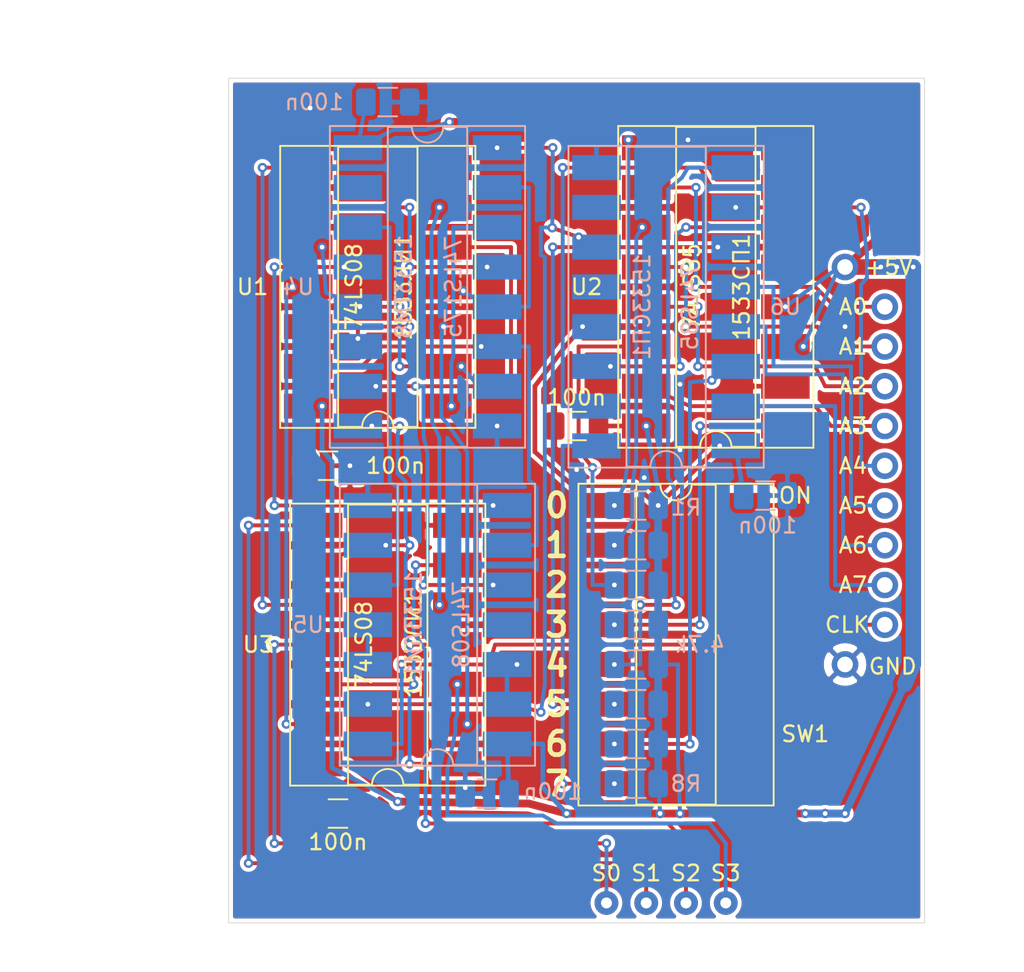
<source format=kicad_pcb>
(kicad_pcb (version 20171130) (host pcbnew 5.1.5+dfsg1-2build2)
  (layers (0 F.Cu signal) (31 B.Cu signal) (34 B.Paste user) (35 F.Paste user) (36 B.SilkS user) (37 F.SilkS user) (38 B.Mask user) (39 F.Mask user) (44 Edge.Cuts user))
  (net 0 "")
  (net 1 GND)
  (net 2 +5V)
  (net 3 A0)
  (net 4 S3)
  (net 5 A1)
  (net 6 S2)
  (net 7 A2)
  (net 8 A3)
  (net 9 S1)
  (net 10 A4)
  (net 11 A5)
  (net 12 A6)
  (net 13 A7)
  (net 14 CLK)
  (net 15 B7)
  (net 16 B6)
  (net 17 B5)
  (net 18 B4)
  (net 19 B3)
  (net 20 B2)
  (net 21 B1)
  (net 22 B0)
  (net 23 P4)
  (net 24 "Net-(U1-Pad6)")
  (net 25 P1)
  (net 26 P6)
  (net 27 "Net-(U1-Pad11)")
  (net 28 P3)
  (net 29 P5)
  (net 30 "Net-(U1-Pad3)")
  (net 31 "Net-(U1-Pad8)")
  (net 32 P2)
  (net 33 "Net-(U2-Pad7)")
  (net 34 "Net-(U2-Pad6)")
  (net 35 CLK_AFB)
  (net 36 FB)
  (net 37 "Net-(U4-Pad13)")
  (net 38 ADDR_OK)
  (net 39 "Net-(U5-Pad3)")
  (net 40 "Net-(U2-Pad5)")
  (net 41 "Net-(U4-Pad15)")
  (net 42 "Net-(U5-Pad11)")
  (net 43 "Net-(U6-Pad7)")
  (net 44 "Net-(U6-Pad5)")
  (net 45 S0)
  (module plc88:selector4_im (layer F.Cu) (at 127 27.94)
    (fp_text reference J1 hide)
    (fp_text value selector4_i hide)
    (fp_text user +5V (at 7.874 2.54) (layer F.SilkS))
    (fp_text user A0 (at 5.588 5.08) (layer F.SilkS))
    (fp_text user A1 (at 5.588 7.62) (layer F.SilkS))
    (fp_text user A2 (at 5.588 10.16) (layer F.SilkS))
    (fp_text user A3 (at 5.588 12.7) (layer F.SilkS))
    (fp_text user A4 (at 5.588 15.24) (layer F.SilkS))
    (fp_text user A5 (at 5.588 17.78) (layer F.SilkS))
    (fp_text user A6 (at 5.588 20.32) (layer F.SilkS))
    (fp_text user A7 (at 5.588 22.86) (layer F.SilkS))
    (fp_text user CLK (at 5.207 25.4) (layer F.SilkS))
    (fp_text user GND (at 8.128 28.067) (layer F.SilkS))
    (fp_text user S3 (at -2.54 41.275) (layer F.SilkS))
    (fp_text user S2 (at -5.08 41.275) (layer F.SilkS))
    (fp_text user S1 (at -7.62 41.275) (layer F.SilkS))
    (fp_text user S0 (at -10.16 41.275) (layer F.SilkS))
    (pad 13 thru_hole circle (at -7.62 43.18) (size 1.524 1.524) (drill 0.7) (layers *.Cu *.Mask) (net 9 S1))
    (pad 12 thru_hole circle (at -10.16 43.18) (size 1.524 1.524) (drill 0.7) (layers *.Cu *.Mask) (net 45 S0))
    (pad 15 thru_hole circle (at -2.54 43.18) (size 1.524 1.524) (drill 0.7) (layers *.Cu *.Mask) (net 4 S3))
    (pad 14 thru_hole circle (at -5.08 43.18) (size 1.524 1.524) (drill 0.7) (layers *.Cu *.Mask) (net 6 S2))
    (pad 11 thru_hole circle (at 5.08 27.94) (size 1.7 1.7) (drill 1) (layers *.Cu *.Mask) (net 1 GND))
    (pad 10 thru_hole circle (at 7.62 25.4) (size 1.7 1.7) (drill 1) (layers *.Cu *.Mask) (net 14 CLK))
    (pad 9 thru_hole circle (at 7.62 22.86) (size 1.7 1.7) (drill 1) (layers *.Cu *.Mask) (net 13 A7))
    (pad 8 thru_hole circle (at 7.62 20.32) (size 1.7 1.7) (drill 1) (layers *.Cu *.Mask) (net 12 A6))
    (pad 7 thru_hole circle (at 7.62 17.78) (size 1.7 1.7) (drill 1) (layers *.Cu *.Mask) (net 11 A5))
    (pad 6 thru_hole circle (at 7.62 15.24) (size 1.7 1.7) (drill 1) (layers *.Cu *.Mask) (net 10 A4))
    (pad 5 thru_hole circle (at 7.62 12.7) (size 1.7 1.7) (drill 1) (layers *.Cu *.Mask) (net 8 A3))
    (pad 4 thru_hole circle (at 7.62 10.16) (size 1.7 1.7) (drill 1) (layers *.Cu *.Mask) (net 7 A2))
    (pad 3 thru_hole circle (at 7.62 7.62) (size 1.7 1.7) (drill 1) (layers *.Cu *.Mask) (net 5 A1))
    (pad 2 thru_hole circle (at 7.62 5.08) (size 1.7 1.7) (drill 1) (layers *.Cu *.Mask) (net 3 A0))
    (pad 1 thru_hole circle (at 5.08 2.54) (size 1.7 1.7) (drill 1) (layers *.Cu *.Mask) (net 2 +5V))
  )
  (module Package_DIP:DIP-16_W8.89mm_SMDSocket_LongPads (layer B.Cu) (at 120.65 33.02)
    (fp_text reference U6 (at 7.62 0 180) (layer B.SilkS) (effects (justify mirror)))
    (fp_text value 74LS85 (at 1.524 0 -270) (layer B.SilkS) (effects (justify mirror)))
    (fp_text user 1533СП1 (at -1.524 0 -90) (layer B.SilkS) (effects (justify mirror)))
    (pad 16 smd rect (at 4.445 8.89) (size 3.1 1.6) (layers B.Cu B.Paste B.Mask) (net 2 +5V))
    (pad 8 smd rect (at -4.445 -8.89) (size 3.1 1.6) (layers B.Cu B.Paste B.Mask) (net 1 GND))
    (pad 15 smd rect (at 4.445 6.35) (size 3.1 1.6) (layers B.Cu B.Paste B.Mask) (net 13 A7))
    (pad 7 smd rect (at -4.445 -6.35) (size 3.1 1.6) (layers B.Cu B.Paste B.Mask) (net 43 "Net-(U6-Pad7)"))
    (pad 14 smd rect (at 4.445 3.81) (size 3.1 1.6) (layers B.Cu B.Paste B.Mask) (net 16 B6))
    (pad 6 smd rect (at -4.445 -3.81) (size 3.1 1.6) (layers B.Cu B.Paste B.Mask) (net 38 ADDR_OK))
    (pad 13 smd rect (at 4.445 1.27) (size 3.1 1.6) (layers B.Cu B.Paste B.Mask) (net 12 A6))
    (pad 5 smd rect (at -4.445 -1.27) (size 3.1 1.6) (layers B.Cu B.Paste B.Mask) (net 44 "Net-(U6-Pad5)"))
    (pad 12 smd rect (at 4.445 -1.27) (size 3.1 1.6) (layers B.Cu B.Paste B.Mask) (net 11 A5))
    (pad 4 smd rect (at -4.445 1.27) (size 3.1 1.6) (layers B.Cu B.Paste B.Mask) (net 2 +5V))
    (pad 11 smd rect (at 4.445 -3.81) (size 3.1 1.6) (layers B.Cu B.Paste B.Mask) (net 17 B5))
    (pad 3 smd rect (at -4.445 3.81) (size 3.1 1.6) (layers B.Cu B.Paste B.Mask) (net 34 "Net-(U2-Pad6)"))
    (pad 10 smd rect (at 4.445 -6.35) (size 3.1 1.6) (layers B.Cu B.Paste B.Mask) (net 10 A4))
    (pad 2 smd rect (at -4.445 6.35) (size 3.1 1.6) (layers B.Cu B.Paste B.Mask) (net 33 "Net-(U2-Pad7)"))
    (pad 9 smd rect (at 4.445 -8.89) (size 3.1 1.6) (layers B.Cu B.Paste B.Mask) (net 18 B4))
    (pad 1 smd rect (at -4.445 8.89) (size 3.1 1.6) (layers B.Cu B.Paste B.Mask) (net 15 B7))
  )
  (module Package_DIP:DIP-14_W8.89mm_SMDSocket_LongPads (layer B.Cu) (at 106.045 53.34)
    (fp_text reference U5 (at -8.255 0) (layer B.SilkS) (effects (justify mirror)))
    (fp_text value 74LS08 (at 1.524 0 -270) (layer B.SilkS) (effects (justify mirror)))
    (fp_text user 1533ЛИ1 (at -1.524 0 -90) (layer B.SilkS) (effects (justify mirror)))
    (pad 14 smd rect (at 4.445 7.62) (size 3.1 1.6) (layers B.Cu B.Paste B.Mask) (net 2 +5V))
    (pad 7 smd rect (at -4.445 -7.62) (size 3.1 1.6) (layers B.Cu B.Paste B.Mask) (net 1 GND))
    (pad 13 smd rect (at 4.445 5.08) (size 3.1 1.6) (layers B.Cu B.Paste B.Mask) (net 1 GND))
    (pad 6 smd rect (at -4.445 -5.08) (size 3.1 1.6) (layers B.Cu B.Paste B.Mask) (net 35 CLK_AFB))
    (pad 12 smd rect (at 4.445 2.54) (size 3.1 1.6) (layers B.Cu B.Paste B.Mask) (net 1 GND))
    (pad 5 smd rect (at -4.445 -2.54) (size 3.1 1.6) (layers B.Cu B.Paste B.Mask) (net 36 FB))
    (pad 11 smd rect (at 4.445 0) (size 3.1 1.6) (layers B.Cu B.Paste B.Mask) (net 42 "Net-(U5-Pad11)"))
    (pad 4 smd rect (at -4.445 0) (size 3.1 1.6) (layers B.Cu B.Paste B.Mask) (net 39 "Net-(U5-Pad3)"))
    (pad 10 smd rect (at 4.445 -2.54) (size 3.1 1.6) (layers B.Cu B.Paste B.Mask) (net 26 P6))
    (pad 3 smd rect (at -4.445 2.54) (size 3.1 1.6) (layers B.Cu B.Paste B.Mask) (net 39 "Net-(U5-Pad3)"))
    (pad 9 smd rect (at 4.445 -5.08) (size 3.1 1.6) (layers B.Cu B.Paste B.Mask) (net 23 P4))
    (pad 2 smd rect (at -4.445 5.08) (size 3.1 1.6) (layers B.Cu B.Paste B.Mask) (net 38 ADDR_OK))
    (pad 8 smd rect (at 4.445 -7.62) (size 3.1 1.6) (layers B.Cu B.Paste B.Mask) (net 37 "Net-(U4-Pad13)"))
    (pad 1 smd rect (at -4.445 7.62) (size 3.1 1.6) (layers B.Cu B.Paste B.Mask) (net 14 CLK))
  )
  (module Package_DIP:DIP-16_W8.89mm_SMDSocket_LongPads (layer B.Cu) (at 105.41 31.75 180)
    (fp_text reference U4 (at 8.255 0) (layer B.SilkS) (effects (justify mirror)))
    (fp_text value 74LS175 (at -1.651 0 270) (layer B.SilkS) (effects (justify mirror)))
    (fp_text user 1533ТМ8 (at 1.524 0 270) (layer B.SilkS) (effects (justify mirror)))
    (pad 16 smd rect (at 4.445 8.89 180) (size 3.1 1.6) (layers B.Cu B.Paste B.Mask) (net 2 +5V))
    (pad 8 smd rect (at -4.445 -8.89 180) (size 3.1 1.6) (layers B.Cu B.Paste B.Mask) (net 1 GND))
    (pad 15 smd rect (at 4.445 6.35 180) (size 3.1 1.6) (layers B.Cu B.Paste B.Mask) (net 41 "Net-(U4-Pad15)"))
    (pad 7 smd rect (at -4.445 -6.35 180) (size 3.1 1.6) (layers B.Cu B.Paste B.Mask) (net 29 P5))
    (pad 14 smd rect (at 4.445 3.81 180) (size 3.1 1.6) (layers B.Cu B.Paste B.Mask) (net 36 FB))
    (pad 6 smd rect (at -4.445 -3.81 180) (size 3.1 1.6) (layers B.Cu B.Paste B.Mask) (net 23 P4))
    (pad 13 smd rect (at 4.445 1.27 180) (size 3.1 1.6) (layers B.Cu B.Paste B.Mask) (net 37 "Net-(U4-Pad13)"))
    (pad 5 smd rect (at -4.445 -1.27 180) (size 3.1 1.6) (layers B.Cu B.Paste B.Mask) (net 28 P3))
    (pad 12 smd rect (at 4.445 -1.27 180) (size 3.1 1.6) (layers B.Cu B.Paste B.Mask) (net 29 P5))
    (pad 4 smd rect (at -4.445 1.27 180) (size 3.1 1.6) (layers B.Cu B.Paste B.Mask) (net 25 P1))
    (pad 11 smd rect (at 4.445 -3.81 180) (size 3.1 1.6) (layers B.Cu B.Paste B.Mask) (net 25 P1))
    (pad 3 smd rect (at -4.445 3.81 180) (size 3.1 1.6) (layers B.Cu B.Paste B.Mask) (net 32 P2))
    (pad 10 smd rect (at 4.445 -6.35 180) (size 3.1 1.6) (layers B.Cu B.Paste B.Mask) (net 26 P6))
    (pad 2 smd rect (at -4.445 6.35 180) (size 3.1 1.6) (layers B.Cu B.Paste B.Mask) (net 28 P3))
    (pad 9 smd rect (at 4.445 -8.89 180) (size 3.1 1.6) (layers B.Cu B.Paste B.Mask) (net 35 CLK_AFB))
    (pad 1 smd rect (at -4.445 8.89 180) (size 3.1 1.6) (layers B.Cu B.Paste B.Mask) (net 38 ADDR_OK))
  )
  (module Package_DIP:DIP-14_W8.89mm_SMDSocket_LongPads (layer F.Cu) (at 102.87 54.61 180)
    (fp_text reference U3 (at 8.255 0 180) (layer F.SilkS))
    (fp_text value 74LS08 (at 1.524 0 270) (layer F.SilkS))
    (fp_text user 1533ЛИ1 (at -1.651 0 270) (layer F.SilkS))
    (pad 14 smd rect (at 4.445 -7.62 180) (size 3.1 1.6) (layers F.Cu F.Paste F.Mask) (net 2 +5V))
    (pad 7 smd rect (at -4.445 7.62 180) (size 3.1 1.6) (layers F.Cu F.Paste F.Mask) (net 1 GND))
    (pad 13 smd rect (at 4.445 -5.08 180) (size 3.1 1.6) (layers F.Cu F.Paste F.Mask) (net 27 "Net-(U1-Pad11)"))
    (pad 6 smd rect (at -4.445 5.08 180) (size 3.1 1.6) (layers F.Cu F.Paste F.Mask) (net 6 S2))
    (pad 12 smd rect (at 4.445 -2.54 180) (size 3.1 1.6) (layers F.Cu F.Paste F.Mask) (net 35 CLK_AFB))
    (pad 5 smd rect (at -4.445 2.54 180) (size 3.1 1.6) (layers F.Cu F.Paste F.Mask) (net 24 "Net-(U1-Pad6)"))
    (pad 11 smd rect (at 4.445 0 180) (size 3.1 1.6) (layers F.Cu F.Paste F.Mask) (net 45 S0))
    (pad 4 smd rect (at -4.445 0 180) (size 3.1 1.6) (layers F.Cu F.Paste F.Mask) (net 35 CLK_AFB))
    (pad 10 smd rect (at 4.445 2.54 180) (size 3.1 1.6) (layers F.Cu F.Paste F.Mask) (net 31 "Net-(U1-Pad8)"))
    (pad 3 smd rect (at -4.445 -2.54 180) (size 3.1 1.6) (layers F.Cu F.Paste F.Mask) (net 4 S3))
    (pad 9 smd rect (at 4.445 5.08 180) (size 3.1 1.6) (layers F.Cu F.Paste F.Mask) (net 35 CLK_AFB))
    (pad 2 smd rect (at -4.445 -5.08 180) (size 3.1 1.6) (layers F.Cu F.Paste F.Mask) (net 30 "Net-(U1-Pad3)"))
    (pad 8 smd rect (at 4.445 7.62 180) (size 3.1 1.6) (layers F.Cu F.Paste F.Mask) (net 9 S1))
    (pad 1 smd rect (at -4.445 -7.62 180) (size 3.1 1.6) (layers F.Cu F.Paste F.Mask) (net 35 CLK_AFB))
  )
  (module Package_DIP:DIP-16_W8.89mm_SMDSocket_LongPads (layer F.Cu) (at 123.825 31.75 180)
    (fp_text reference U2 (at 8.255 0 180) (layer F.SilkS))
    (fp_text value 74LS85 (at 1.524 0 270) (layer F.SilkS))
    (fp_text user 1533СП1 (at -1.651 0 270) (layer F.SilkS))
    (pad 16 smd rect (at 4.445 -8.89 180) (size 3.1 1.6) (layers F.Cu F.Paste F.Mask) (net 2 +5V))
    (pad 8 smd rect (at -4.445 8.89 180) (size 3.1 1.6) (layers F.Cu F.Paste F.Mask) (net 1 GND))
    (pad 15 smd rect (at 4.445 -6.35 180) (size 3.1 1.6) (layers F.Cu F.Paste F.Mask) (net 8 A3))
    (pad 7 smd rect (at -4.445 6.35 180) (size 3.1 1.6) (layers F.Cu F.Paste F.Mask) (net 33 "Net-(U2-Pad7)"))
    (pad 14 smd rect (at 4.445 -3.81 180) (size 3.1 1.6) (layers F.Cu F.Paste F.Mask) (net 20 B2))
    (pad 6 smd rect (at -4.445 3.81 180) (size 3.1 1.6) (layers F.Cu F.Paste F.Mask) (net 34 "Net-(U2-Pad6)"))
    (pad 13 smd rect (at 4.445 -1.27 180) (size 3.1 1.6) (layers F.Cu F.Paste F.Mask) (net 7 A2))
    (pad 5 smd rect (at -4.445 1.27 180) (size 3.1 1.6) (layers F.Cu F.Paste F.Mask) (net 40 "Net-(U2-Pad5)"))
    (pad 12 smd rect (at 4.445 1.27 180) (size 3.1 1.6) (layers F.Cu F.Paste F.Mask) (net 5 A1))
    (pad 4 smd rect (at -4.445 -1.27 180) (size 3.1 1.6) (layers F.Cu F.Paste F.Mask) (net 2 +5V))
    (pad 11 smd rect (at 4.445 3.81 180) (size 3.1 1.6) (layers F.Cu F.Paste F.Mask) (net 21 B1))
    (pad 3 smd rect (at -4.445 -3.81 180) (size 3.1 1.6) (layers F.Cu F.Paste F.Mask) (net 2 +5V))
    (pad 10 smd rect (at 4.445 6.35 180) (size 3.1 1.6) (layers F.Cu F.Paste F.Mask) (net 3 A0))
    (pad 2 smd rect (at -4.445 -6.35 180) (size 3.1 1.6) (layers F.Cu F.Paste F.Mask) (net 1 GND))
    (pad 9 smd rect (at 4.445 8.89 180) (size 3.1 1.6) (layers F.Cu F.Paste F.Mask) (net 22 B0))
    (pad 1 smd rect (at -4.445 -8.89 180) (size 3.1 1.6) (layers F.Cu F.Paste F.Mask) (net 19 B3))
  )
  (module Package_DIP:DIP-14_W8.89mm_SMDSocket_LongPads (layer F.Cu) (at 102.235 31.75 180)
    (fp_text reference U1 (at 8.001 0 180) (layer F.SilkS))
    (fp_text value 74LS08 (at 1.524 0 270) (layer F.SilkS))
    (fp_text user 1533ЛИ1 (at -1.651 0 270) (layer F.SilkS))
    (pad 14 smd rect (at 4.445 -7.62 180) (size 3.1 1.6) (layers F.Cu F.Paste F.Mask) (net 2 +5V))
    (pad 7 smd rect (at -4.445 7.62 180) (size 3.1 1.6) (layers F.Cu F.Paste F.Mask) (net 1 GND))
    (pad 13 smd rect (at 4.445 -5.08 180) (size 3.1 1.6) (layers F.Cu F.Paste F.Mask) (net 23 P4))
    (pad 6 smd rect (at -4.445 5.08 180) (size 3.1 1.6) (layers F.Cu F.Paste F.Mask) (net 24 "Net-(U1-Pad6)"))
    (pad 12 smd rect (at 4.445 -2.54 180) (size 3.1 1.6) (layers F.Cu F.Paste F.Mask) (net 25 P1))
    (pad 5 smd rect (at -4.445 2.54 180) (size 3.1 1.6) (layers F.Cu F.Paste F.Mask) (net 26 P6))
    (pad 11 smd rect (at 4.445 0 180) (size 3.1 1.6) (layers F.Cu F.Paste F.Mask) (net 27 "Net-(U1-Pad11)"))
    (pad 4 smd rect (at -4.445 0 180) (size 3.1 1.6) (layers F.Cu F.Paste F.Mask) (net 28 P3))
    (pad 10 smd rect (at 4.445 2.54 180) (size 3.1 1.6) (layers F.Cu F.Paste F.Mask) (net 29 P5))
    (pad 3 smd rect (at -4.445 -2.54 180) (size 3.1 1.6) (layers F.Cu F.Paste F.Mask) (net 30 "Net-(U1-Pad3)"))
    (pad 9 smd rect (at 4.445 5.08 180) (size 3.1 1.6) (layers F.Cu F.Paste F.Mask) (net 25 P1))
    (pad 2 smd rect (at -4.445 -5.08 180) (size 3.1 1.6) (layers F.Cu F.Paste F.Mask) (net 29 P5))
    (pad 8 smd rect (at 4.445 7.62 180) (size 3.1 1.6) (layers F.Cu F.Paste F.Mask) (net 31 "Net-(U1-Pad8)"))
    (pad 1 smd rect (at -4.445 -7.62 180) (size 3.1 1.6) (layers F.Cu F.Paste F.Mask) (net 32 P2))
  )
  (module Package_DIP:DIP-16_W8.89mm_SMDSocket_LongPads (layer F.Cu) (at 121.285 54.61)
    (fp_text reference SW1 (at 8.255 5.715) (layer F.SilkS))
    (fp_text value SW_DIP_x08)
    (fp_text user ON (at 7.62 -9.525) (layer F.SilkS))
    (pad 16 smd rect (at 4.445 -8.89) (size 3.1 1.6) (layers F.Cu F.Paste F.Mask) (net 1 GND))
    (pad 8 smd rect (at -4.445 8.89) (size 3.1 1.6) (layers F.Cu F.Paste F.Mask) (net 15 B7))
    (pad 15 smd rect (at 4.445 -6.35) (size 3.1 1.6) (layers F.Cu F.Paste F.Mask) (net 1 GND))
    (pad 7 smd rect (at -4.445 6.35) (size 3.1 1.6) (layers F.Cu F.Paste F.Mask) (net 16 B6))
    (pad 14 smd rect (at 4.445 -3.81) (size 3.1 1.6) (layers F.Cu F.Paste F.Mask) (net 1 GND))
    (pad 6 smd rect (at -4.445 3.81) (size 3.1 1.6) (layers F.Cu F.Paste F.Mask) (net 17 B5))
    (pad 13 smd rect (at 4.445 -1.27) (size 3.1 1.6) (layers F.Cu F.Paste F.Mask) (net 1 GND))
    (pad 5 smd rect (at -4.445 1.27) (size 3.1 1.6) (layers F.Cu F.Paste F.Mask) (net 18 B4))
    (pad 12 smd rect (at 4.445 1.27) (size 3.1 1.6) (layers F.Cu F.Paste F.Mask) (net 1 GND))
    (pad 4 smd rect (at -4.445 -1.27) (size 3.1 1.6) (layers F.Cu F.Paste F.Mask) (net 19 B3))
    (pad 11 smd rect (at 4.445 3.81) (size 3.1 1.6) (layers F.Cu F.Paste F.Mask) (net 1 GND))
    (pad 3 smd rect (at -4.445 -3.81) (size 3.1 1.6) (layers F.Cu F.Paste F.Mask) (net 20 B2))
    (pad 10 smd rect (at 4.445 6.35) (size 3.1 1.6) (layers F.Cu F.Paste F.Mask) (net 1 GND))
    (pad 2 smd rect (at -4.445 -6.35) (size 3.1 1.6) (layers F.Cu F.Paste F.Mask) (net 21 B1))
    (pad 9 smd rect (at 4.445 8.89) (size 3.1 1.6) (layers F.Cu F.Paste F.Mask) (net 1 GND))
    (pad 1 smd rect (at -4.445 -8.89) (size 3.1 1.6) (layers F.Cu F.Paste F.Mask) (net 22 B0))
  )
  (module Resistor_SMD:R_1206_3216Metric (layer B.Cu) (at 118.745 63.5 180)
    (fp_text reference R8 (at -3.175 0 180) (layer B.SilkS) (effects (justify mirror)))
    (fp_text value 4.7k hide)
    (pad 2 smd roundrect (at 1.4 0 180) (size 1.25 1.75) (layers B.Cu B.Paste B.Mask) (roundrect_rratio 0.2) (net 15 B7))
    (pad 1 smd roundrect (at -1.4 0 180) (size 1.25 1.75) (layers B.Cu B.Paste B.Mask) (roundrect_rratio 0.2) (net 2 +5V))
  )
  (module Resistor_SMD:R_1206_3216Metric (layer B.Cu) (at 118.745 60.96 180)
    (fp_text reference R7 hide)
    (fp_text value 4.7k hide)
    (pad 2 smd roundrect (at 1.4 0 180) (size 1.25 1.75) (layers B.Cu B.Paste B.Mask) (roundrect_rratio 0.2) (net 16 B6))
    (pad 1 smd roundrect (at -1.4 0 180) (size 1.25 1.75) (layers B.Cu B.Paste B.Mask) (roundrect_rratio 0.2) (net 2 +5V))
  )
  (module Resistor_SMD:R_1206_3216Metric (layer B.Cu) (at 118.745 58.42 180)
    (fp_text reference R6 hide)
    (fp_text value 4.7k hide)
    (pad 2 smd roundrect (at 1.4 0 180) (size 1.25 1.75) (layers B.Cu B.Paste B.Mask) (roundrect_rratio 0.2) (net 17 B5))
    (pad 1 smd roundrect (at -1.4 0 180) (size 1.25 1.75) (layers B.Cu B.Paste B.Mask) (roundrect_rratio 0.2) (net 2 +5V))
  )
  (module Resistor_SMD:R_1206_3216Metric (layer B.Cu) (at 118.745 55.88 180)
    (fp_text reference R5 hide)
    (fp_text value 4.7k hide)
    (pad 2 smd roundrect (at 1.4 0 180) (size 1.25 1.75) (layers B.Cu B.Paste B.Mask) (roundrect_rratio 0.2) (net 18 B4))
    (pad 1 smd roundrect (at -1.4 0 180) (size 1.25 1.75) (layers B.Cu B.Paste B.Mask) (roundrect_rratio 0.2) (net 2 +5V))
  )
  (module Resistor_SMD:R_1206_3216Metric (layer B.Cu) (at 118.745 53.34 180)
    (fp_text reference R4 hide)
    (fp_text value 4.7k hide)
    (pad 2 smd roundrect (at 1.4 0 180) (size 1.25 1.75) (layers B.Cu B.Paste B.Mask) (roundrect_rratio 0.2) (net 19 B3))
    (pad 1 smd roundrect (at -1.4 0 180) (size 1.25 1.75) (layers B.Cu B.Paste B.Mask) (roundrect_rratio 0.2) (net 2 +5V))
  )
  (module Resistor_SMD:R_1206_3216Metric (layer B.Cu) (at 118.745 50.8 180)
    (fp_text reference R3 hide)
    (fp_text value 4.7k hide)
    (pad 2 smd roundrect (at 1.4 0 180) (size 1.25 1.75) (layers B.Cu B.Paste B.Mask) (roundrect_rratio 0.2) (net 20 B2))
    (pad 1 smd roundrect (at -1.4 0 180) (size 1.25 1.75) (layers B.Cu B.Paste B.Mask) (roundrect_rratio 0.2) (net 2 +5V))
  )
  (module Resistor_SMD:R_1206_3216Metric (layer B.Cu) (at 118.745 48.26 180)
    (fp_text reference R2 hide)
    (fp_text value 4.7k hide)
    (pad 2 smd roundrect (at 1.4 0 180) (size 1.25 1.75) (layers B.Cu B.Paste B.Mask) (roundrect_rratio 0.2) (net 21 B1))
    (pad 1 smd roundrect (at -1.4 0 180) (size 1.25 1.75) (layers B.Cu B.Paste B.Mask) (roundrect_rratio 0.2) (net 2 +5V))
  )
  (module Resistor_SMD:R_1206_3216Metric (layer B.Cu) (at 118.745 45.72 180)
    (fp_text reference R1 (at -3.175 -0.127) (layer B.SilkS) (effects (justify mirror)))
    (fp_text value 4.7k (at -4.064 -8.89 180) (layer B.SilkS) (effects (justify mirror)))
    (pad 2 smd roundrect (at 1.4 0 180) (size 1.25 1.75) (layers B.Cu B.Paste B.Mask) (roundrect_rratio 0.2) (net 22 B0))
    (pad 1 smd roundrect (at -1.4 0 180) (size 1.25 1.75) (layers B.Cu B.Paste B.Mask) (roundrect_rratio 0.2) (net 2 +5V))
  )
  (module Capacitor_SMD:C_1206_3216Metric (layer B.Cu) (at 102.87 19.939)
    (fp_text reference C6 hide)
    (fp_text value 100n (at -4.699 0) (layer B.SilkS) (effects (justify mirror)))
    (pad 2 smd roundrect (at 1.4 0) (size 1.25 1.75) (layers B.Cu B.Paste B.Mask) (roundrect_rratio 0.2) (net 1 GND))
    (pad 1 smd roundrect (at -1.4 0) (size 1.25 1.75) (layers B.Cu B.Paste B.Mask) (roundrect_rratio 0.2) (net 2 +5V))
  )
  (module Capacitor_SMD:C_1206_3216Metric (layer F.Cu) (at 99.695 65.405)
    (fp_text reference C5 hide)
    (fp_text value 100n (at 0 1.82) (layer F.SilkS))
    (pad 2 smd roundrect (at 1.4 0) (size 1.25 1.75) (layers F.Cu F.Paste F.Mask) (roundrect_rratio 0.2) (net 1 GND))
    (pad 1 smd roundrect (at -1.4 0) (size 1.25 1.75) (layers F.Cu F.Paste F.Mask) (roundrect_rratio 0.2) (net 2 +5V))
  )
  (module Capacitor_SMD:C_1206_3216Metric (layer F.Cu) (at 99.06 43.18)
    (fp_text reference C4 hide)
    (fp_text value 100n (at 4.318 0) (layer F.SilkS))
    (pad 2 smd roundrect (at 1.4 0) (size 1.25 1.75) (layers F.Cu F.Paste F.Mask) (roundrect_rratio 0.2) (net 1 GND))
    (pad 1 smd roundrect (at -1.4 0) (size 1.25 1.75) (layers F.Cu F.Paste F.Mask) (roundrect_rratio 0.2) (net 2 +5V))
  )
  (module Capacitor_SMD:C_1206_3216Metric (layer B.Cu) (at 127 45.085)
    (fp_text reference C3 hide)
    (fp_text value 100n (at 0.127 1.905) (layer B.SilkS) (effects (justify mirror)))
    (pad 2 smd roundrect (at 1.4 0) (size 1.25 1.75) (layers B.Cu B.Paste B.Mask) (roundrect_rratio 0.2) (net 1 GND))
    (pad 1 smd roundrect (at -1.4 0) (size 1.25 1.75) (layers B.Cu B.Paste B.Mask) (roundrect_rratio 0.2) (net 2 +5V))
  )
  (module Capacitor_SMD:C_1206_3216Metric (layer F.Cu) (at 114.935 40.64 180)
    (fp_text reference C2 hide)
    (fp_text value 100n (at 0 1.82) (layer F.SilkS))
    (pad 2 smd roundrect (at 1.4 0 180) (size 1.25 1.75) (layers F.Cu F.Paste F.Mask) (roundrect_rratio 0.2) (net 1 GND))
    (pad 1 smd roundrect (at -1.4 0 180) (size 1.25 1.75) (layers F.Cu F.Paste F.Mask) (roundrect_rratio 0.2) (net 2 +5V))
  )
  (module Capacitor_SMD:C_1206_3216Metric (layer B.Cu) (at 109.22 64.135 180)
    (fp_text reference C1 hide)
    (fp_text value 100n (at -4.191 0.127 180) (layer B.SilkS) (effects (justify mirror)))
    (pad 2 smd roundrect (at 1.4 0 180) (size 1.25 1.75) (layers B.Cu B.Paste B.Mask) (roundrect_rratio 0.2) (net 1 GND))
    (pad 1 smd roundrect (at -1.4 0 180) (size 1.25 1.75) (layers B.Cu B.Paste B.Mask) (roundrect_rratio 0.2) (net 2 +5V))
  )
  (gr_text 6 (at 113.665 60.96) (layer F.SilkS) (effects (font (size 1.5 1.5) (thickness 0.3))))
  (gr_text 5 (at 113.665 58.42) (layer F.SilkS) (effects (font (size 1.5 1.5) (thickness 0.3))))
  (gr_text 4 (at 113.665 55.88) (layer F.SilkS) (effects (font (size 1.5 1.5) (thickness 0.3))))
  (gr_text 3 (at 113.665 53.34) (layer F.SilkS) (effects (font (size 1.5 1.5) (thickness 0.3))))
  (gr_text 2 (at 113.665 50.8) (layer F.SilkS) (effects (font (size 1.5 1.5) (thickness 0.3))))
  (gr_text 1 (at 113.665 48.26) (layer F.SilkS) (effects (font (size 1.5 1.5) (thickness 0.3))))
  (gr_text 7 (at 113.665 63.5) (layer F.SilkS) (effects (font (size 1.5 1.5) (thickness 0.3))))
  (gr_text 0 (at 113.665 45.72) (layer F.SilkS) (effects (font (size 1.5 1.5) (thickness 0.3))))
  (gr_line (start 92.71 72.39) (end 92.71 18.415) (layer Edge.Cuts) (width 0.05))
  (gr_line (start 137.16 72.39) (end 92.71 72.39) (layer Edge.Cuts) (width 0.05))
  (gr_line (start 137.16 18.415) (end 137.16 72.39) (layer Edge.Cuts) (width 0.05))
  (gr_line (start 92.71 18.415) (end 137.16 18.415) (layer Edge.Cuts) (width 0.05))
  (via (at 107.823 63.754) (size 0.6) (drill 0.3) (layers F.Cu B.Cu) (net 1))
  (via (at 111.125 55.88) (size 0.6) (drill 0.3) (layers F.Cu B.Cu) (net 1))
  (via (at 100.457 43.18) (size 0.6) (drill 0.3) (layers F.Cu B.Cu) (net 1))
  (via (at 109.855 40.64) (size 0.6) (drill 0.3) (layers F.Cu B.Cu) (net 1))
  (via (at 121.539 42.164) (size 0.6) (drill 0.3) (layers F.Cu B.Cu) (net 1))
  (via (at 121.539 37.973) (size 0.6) (drill 0.3) (layers F.Cu B.Cu) (net 1))
  (segment (start 121.539 42.164) (end 121.539 37.973) (width 0.25) (layer B.Cu) (net 1))
  (via (at 114.935 43.434) (size 0.6) (drill 0.3) (layers F.Cu B.Cu) (net 1))
  (via (at 119.253 43.942) (size 0.6) (drill 0.3) (layers F.Cu B.Cu) (net 1))
  (via (at 122.047 22.352) (size 0.6) (drill 0.3) (layers F.Cu B.Cu) (net 1))
  (via (at 97.917 20.32) (size 0.6) (drill 0.3) (layers F.Cu B.Cu) (net 1))
  (via (at 132.08 34.29) (size 0.6) (drill 0.3) (layers F.Cu B.Cu) (net 1))
  (via (at 129.413 35.56) (size 0.6) (drill 0.3) (layers F.Cu B.Cu) (net 2))
  (via (at 128.27 33.02) (size 0.6) (drill 0.3) (layers F.Cu B.Cu) (net 2))
  (via (at 124.079 41.91) (size 0.6) (drill 0.3) (layers F.Cu B.Cu) (net 2))
  (segment (start 106.807 21.209) (end 106.807 21.209) (width 0.5) (layer F.Cu) (net 2))
  (via (at 106.807 21.209) (size 0.6) (drill 0.3) (layers F.Cu B.Cu) (net 2))
  (segment (start 106.807 21.209) (end 105.283 21.717) (width 0.25) (layer B.Cu) (net 2))
  (segment (start 105.283 21.717) (end 103.251 21.717) (width 0.25) (layer B.Cu) (net 2))
  (segment (start 103.251 21.717) (end 100.965 22.86) (width 0.25) (layer B.Cu) (net 2))
  (segment (start 119.38 40.64) (end 119.38 40.64) (width 0.3) (layer B.Cu) (net 2))
  (via (at 119.38 40.64) (size 0.6) (drill 0.3) (layers F.Cu B.Cu) (net 2))
  (segment (start 116.335 40.64) (end 119.38 40.64) (width 0.3) (layer F.Cu) (net 2))
  (segment (start 120.145 45.72) (end 120.145 45.72) (width 0.5) (layer B.Cu) (net 2))
  (segment (start 120.145 48.26) (end 120.145 50.8) (width 0.5) (layer B.Cu) (net 2))
  (segment (start 120.145 50.8) (end 120.145 63.5) (width 0.5) (layer B.Cu) (net 2))
  (segment (start 125.095 41.91) (end 125.6 45.085) (width 0.3) (layer B.Cu) (net 2))
  (segment (start 120.145 45.72) (end 120.145 48.26) (width 0.5) (layer B.Cu) (net 2))
  (via (at 120.145 45.72) (size 0.6) (drill 0.3) (layers F.Cu B.Cu) (net 2))
  (segment (start 120.145 45.72) (end 124.079 41.91) (width 0.3) (layer F.Cu) (net 2))
  (segment (start 110.62 64.135) (end 110.49 60.96) (width 0.3) (layer B.Cu) (net 2))
  (segment (start 103.505 64.643) (end 103.505 64.643) (width 0.5) (layer F.Cu) (net 2))
  (segment (start 103.505 64.643) (end 100.33 62.23) (width 0.3) (layer F.Cu) (net 2))
  (segment (start 100.33 62.23) (end 98.425 62.23) (width 0.3) (layer F.Cu) (net 2))
  (segment (start 98.295 65.405) (end 98.425 62.23) (width 0.3) (layer F.Cu) (net 2))
  (segment (start 103.505 64.643) (end 103.505 64.643) (width 0.5) (layer F.Cu) (net 2))
  (via (at 103.505 64.643) (size 0.6) (drill 0.3) (layers F.Cu B.Cu) (net 2))
  (segment (start 103.505 64.643) (end 99.314 62.484) (width 0.3) (layer B.Cu) (net 2))
  (segment (start 99.314 62.484) (end 99.314 54.483) (width 0.3) (layer B.Cu) (net 2))
  (segment (start 99.314 54.483) (end 99.314 45.339) (width 0.3) (layer B.Cu) (net 2))
  (segment (start 99.314 45.339) (end 99.314 42.926) (width 0.3) (layer B.Cu) (net 2))
  (segment (start 99.314 42.926) (end 98.679 42.164) (width 0.3) (layer B.Cu) (net 2))
  (segment (start 98.679 42.164) (end 98.679 39.37) (width 0.3) (layer B.Cu) (net 2))
  (segment (start 98.679 39.37) (end 98.679 39.37) (width 0.3) (layer B.Cu) (net 2))
  (via (at 98.679 39.37) (size 0.6) (drill 0.3) (layers F.Cu B.Cu) (net 2))
  (segment (start 97.79 39.37) (end 97.66 43.18) (width 0.3) (layer F.Cu) (net 2))
  (segment (start 120.145 45.72) (end 120.142 44.704) (width 0.3) (layer B.Cu) (net 2))
  (segment (start 120.142 44.704) (end 119.38 40.64) (width 0.3) (layer B.Cu) (net 2))
  (segment (start 129.413 35.56) (end 131.699 30.48) (width 0.25) (layer B.Cu) (net 2))
  (segment (start 128.27 33.02) (end 131.699 30.48) (width 0.25) (layer B.Cu) (net 2))
  (segment (start 131.699 30.48) (end 131.699 30.48) (width 0.25) (layer B.Cu) (net 2))
  (segment (start 115.316 34.29) (end 115.316 34.29) (width 0.3) (layer F.Cu) (net 2))
  (via (at 115.316 34.29) (size 0.6) (drill 0.3) (layers F.Cu B.Cu) (net 2))
  (segment (start 114.3 35.433) (end 115.316 34.29) (width 0.3) (layer F.Cu) (net 2))
  (segment (start 112.268 38.1) (end 114.3 35.433) (width 0.3) (layer F.Cu) (net 2))
  (segment (start 112.268 42.291) (end 112.268 38.1) (width 0.3) (layer F.Cu) (net 2))
  (segment (start 114.681 44.45) (end 112.268 42.291) (width 0.3) (layer F.Cu) (net 2))
  (segment (start 118.618 44.45) (end 114.681 44.45) (width 0.3) (layer F.Cu) (net 2))
  (segment (start 120.145 45.72) (end 118.618 44.45) (width 0.3) (layer F.Cu) (net 2))
  (segment (start 121.412 55.88) (end 120.145 55.88) (width 0.25) (layer B.Cu) (net 2))
  (segment (start 121.412 61.849) (end 121.412 55.88) (width 0.25) (layer B.Cu) (net 2))
  (segment (start 121.539 65.405) (end 121.412 61.849) (width 0.25) (layer B.Cu) (net 2))
  (via (at 121.539 65.405) (size 0.6) (drill 0.3) (layers F.Cu B.Cu) (net 2))
  (segment (start 121.539 65.405) (end 120.269 65.405) (width 0.5) (layer F.Cu) (net 2))
  (segment (start 120.269 65.405) (end 120.145 63.5) (width 0.25) (layer B.Cu) (net 2))
  (via (at 120.269 65.405) (size 0.6) (drill 0.3) (layers F.Cu B.Cu) (net 2))
  (segment (start 120.269 65.405) (end 114.3 65.405) (width 0.5) (layer F.Cu) (net 2))
  (segment (start 114.3 65.405) (end 111.887 64.77) (width 0.5) (layer F.Cu) (net 2))
  (segment (start 112.776 60.96) (end 110.49 60.96) (width 0.3) (layer B.Cu) (net 2))
  (segment (start 112.776 63.754) (end 112.776 60.96) (width 0.3) (layer B.Cu) (net 2))
  (segment (start 114.3 65.405) (end 112.776 63.754) (width 0.3) (layer B.Cu) (net 2))
  (segment (start 111.887 64.77) (end 103.505 64.643) (width 0.5) (layer F.Cu) (net 2))
  (via (at 114.3 65.405) (size 0.6) (drill 0.3) (layers F.Cu B.Cu) (net 2))
  (segment (start 130.81 65.405) (end 121.539 65.405) (width 0.5) (layer F.Cu) (net 2))
  (via (at 130.81 65.405) (size 0.6) (drill 0.3) (layers F.Cu B.Cu) (net 2))
  (segment (start 132.08 65.405) (end 130.81 65.405) (width 0.5) (layer B.Cu) (net 2))
  (segment (start 132.08 65.405) (end 130.81 65.405) (width 0.5) (layer F.Cu) (net 2))
  (via (at 132.08 65.405) (size 0.6) (drill 0.3) (layers F.Cu B.Cu) (net 2))
  (via (at 129.54 65.405) (size 0.6) (drill 0.3) (layers F.Cu B.Cu) (net 2))
  (segment (start 129.54 65.405) (end 130.81 65.405) (width 0.5) (layer B.Cu) (net 2))
  (segment (start 132.08 65.405) (end 135.89 57.15) (width 0.5) (layer B.Cu) (net 2))
  (segment (start 136.43499 55.88) (end 136.43499 30.48) (width 1) (layer B.Cu) (net 2))
  (segment (start 135.89 57.15) (end 136.43499 55.88) (width 1) (layer B.Cu) (net 2))
  (segment (start 136.43499 30.48) (end 136.43499 30.48) (width 1) (layer B.Cu) (net 2))
  (segment (start 136.43499 30.48) (end 136.43499 30.48) (width 1) (layer F.Cu) (net 2))
  (via (at 136.43499 30.48) (size 0.6) (drill 0.3) (layers F.Cu B.Cu) (net 2))
  (segment (start 136.43499 30.48) (end 135.382 30.48) (width 1) (layer B.Cu) (net 2))
  (segment (start 135.382 30.48) (end 136.43499 30.48) (width 1) (layer F.Cu) (net 2))
  (via (at 135.382 30.48) (size 0.6) (drill 0.3) (layers F.Cu B.Cu) (net 2))
  (segment (start 135.382 30.48) (end 134.366 30.48) (width 1) (layer B.Cu) (net 2))
  (segment (start 134.366 30.48) (end 135.382 30.48) (width 1) (layer F.Cu) (net 2))
  (segment (start 133.985 30.48) (end 132.08 30.48) (width 1) (layer F.Cu) (net 2))
  (segment (start 134.366 30.48) (end 133.985 30.48) (width 1) (layer F.Cu) (net 2))
  (via (at 134.366 30.48) (size 0.6) (drill 0.3) (layers F.Cu B.Cu) (net 2))
  (segment (start 119.38 21.209) (end 106.807 21.209) (width 0.5) (layer F.Cu) (net 2))
  (segment (start 131.699 21.209) (end 119.38 21.209) (width 0.5) (layer F.Cu) (net 2))
  (segment (start 134.112 23.241) (end 131.699 21.209) (width 0.5) (layer F.Cu) (net 2))
  (segment (start 134.112 28.702) (end 134.112 23.241) (width 0.5) (layer F.Cu) (net 2))
  (segment (start 132.08 30.48) (end 134.112 28.702) (width 0.5) (layer F.Cu) (net 2))
  (segment (start 101.47 19.939) (end 100.965 22.86) (width 0.25) (layer B.Cu) (net 2))
  (segment (start 134.62 33.02) (end 131.445 33.02) (width 0.25) (layer F.Cu) (net 3))
  (segment (start 131.445 33.02) (end 130.175 31.75) (width 0.25) (layer F.Cu) (net 3))
  (segment (start 130.175 31.75) (end 122.555 31.75) (width 0.25) (layer F.Cu) (net 3))
  (segment (start 122.555 31.75) (end 122.555 31.75) (width 0.25) (layer F.Cu) (net 3))
  (via (at 122.555 31.75) (size 0.6) (drill 0.3) (layers F.Cu B.Cu) (net 3))
  (segment (start 122.555 31.75) (end 122.555 25.4) (width 0.25) (layer B.Cu) (net 3))
  (segment (start 122.555 25.4) (end 122.555 25.4) (width 0.25) (layer B.Cu) (net 3))
  (via (at 122.555 25.4) (size 0.6) (drill 0.3) (layers F.Cu B.Cu) (net 3))
  (segment (start 122.555 25.4) (end 119.38 25.4) (width 0.25) (layer F.Cu) (net 3))
  (via (at 107.315 57.15) (size 0.6) (drill 0.3) (layers F.Cu B.Cu) (net 4))
  (segment (start 123.444 66.04) (end 124.46 67.31) (width 0.25) (layer B.Cu) (net 4))
  (segment (start 113.665 66.04) (end 123.444 66.04) (width 0.25) (layer B.Cu) (net 4))
  (segment (start 106.68 65.532) (end 112.776 65.532) (width 0.25) (layer B.Cu) (net 4))
  (segment (start 106.68 62.611) (end 106.68 65.532) (width 0.25) (layer B.Cu) (net 4))
  (segment (start 107.188 60.198) (end 106.68 62.611) (width 0.25) (layer B.Cu) (net 4))
  (segment (start 112.776 65.532) (end 113.665 66.04) (width 0.25) (layer B.Cu) (net 4))
  (segment (start 107.188 59.436) (end 107.188 60.198) (width 0.25) (layer B.Cu) (net 4))
  (segment (start 107.315 59.055) (end 107.188 59.436) (width 0.25) (layer B.Cu) (net 4))
  (segment (start 107.315 57.15) (end 107.315 59.055) (width 0.25) (layer B.Cu) (net 4))
  (segment (start 124.46 67.31) (end 124.46 71.12) (width 0.25) (layer B.Cu) (net 4))
  (segment (start 134.62 35.56) (end 131.191 35.56) (width 0.25) (layer F.Cu) (net 5))
  (segment (start 131.191 35.56) (end 130.302 34.29) (width 0.25) (layer F.Cu) (net 5))
  (segment (start 130.302 34.29) (end 121.92 34.29) (width 0.25) (layer F.Cu) (net 5))
  (segment (start 121.92 34.29) (end 121.92 34.29) (width 0.25) (layer F.Cu) (net 5))
  (via (at 121.92 34.29) (size 0.6) (drill 0.3) (layers F.Cu B.Cu) (net 5))
  (segment (start 121.92 34.29) (end 121.92 30.48) (width 0.25) (layer B.Cu) (net 5))
  (segment (start 121.92 30.48) (end 121.92 30.48) (width 0.25) (layer B.Cu) (net 5))
  (via (at 121.92 30.48) (size 0.6) (drill 0.3) (layers F.Cu B.Cu) (net 5))
  (segment (start 121.92 30.48) (end 119.38 30.48) (width 0.25) (layer F.Cu) (net 5))
  (segment (start 107.315 49.53) (end 104.648 49.53) (width 0.25) (layer F.Cu) (net 6))
  (via (at 104.648 49.53) (size 0.6) (drill 0.3) (layers F.Cu B.Cu) (net 6))
  (segment (start 105.283 65.913) (end 105.283 65.913) (width 0.25) (layer B.Cu) (net 6))
  (segment (start 104.521 50.546) (end 104.648 50.165) (width 0.25) (layer B.Cu) (net 6))
  (segment (start 104.521 53.848) (end 104.521 50.546) (width 0.25) (layer B.Cu) (net 6))
  (segment (start 104.648 50.165) (end 104.648 49.53) (width 0.25) (layer B.Cu) (net 6))
  (segment (start 105.283 54.991) (end 104.521 53.848) (width 0.25) (layer B.Cu) (net 6))
  (segment (start 105.283 66.04) (end 105.283 54.991) (width 0.25) (layer B.Cu) (net 6))
  (via (at 105.283 66.04) (size 0.6) (drill 0.3) (layers F.Cu B.Cu) (net 6))
  (segment (start 120.777 66.04) (end 121.92 67.31) (width 0.25) (layer F.Cu) (net 6))
  (segment (start 105.283 66.04) (end 120.777 66.04) (width 0.25) (layer F.Cu) (net 6))
  (segment (start 121.92 67.31) (end 121.92 71.12) (width 0.25) (layer F.Cu) (net 6))
  (segment (start 134.62 38.1) (end 130.81 38.1) (width 0.25) (layer F.Cu) (net 7))
  (segment (start 130.81 38.1) (end 130.175 36.83) (width 0.25) (layer F.Cu) (net 7))
  (segment (start 130.175 36.83) (end 122.682 36.83) (width 0.25) (layer F.Cu) (net 7))
  (segment (start 122.682 36.83) (end 122.682 36.83) (width 0.25) (layer F.Cu) (net 7))
  (via (at 122.682 36.83) (size 0.6) (drill 0.3) (layers F.Cu B.Cu) (net 7))
  (segment (start 122.682 36.83) (end 122.682 33.02) (width 0.25) (layer B.Cu) (net 7))
  (segment (start 122.682 33.02) (end 122.682 33.02) (width 0.25) (layer B.Cu) (net 7))
  (via (at 122.682 33.02) (size 0.6) (drill 0.3) (layers F.Cu B.Cu) (net 7))
  (segment (start 122.682 33.02) (end 119.38 33.02) (width 0.25) (layer F.Cu) (net 7))
  (segment (start 134.62 40.64) (end 131.191 40.64) (width 0.25) (layer F.Cu) (net 8))
  (segment (start 131.191 40.64) (end 130.175 39.37) (width 0.25) (layer F.Cu) (net 8))
  (segment (start 130.175 39.37) (end 122.174 39.37) (width 0.25) (layer F.Cu) (net 8))
  (segment (start 122.174 39.37) (end 119.38 38.1) (width 0.25) (layer F.Cu) (net 8))
  (segment (start 98.425 46.99) (end 93.98 46.99) (width 0.25) (layer F.Cu) (net 9))
  (segment (start 93.98 46.99) (end 93.98 46.99) (width 0.25) (layer F.Cu) (net 9))
  (via (at 93.98 46.99) (size 0.6) (drill 0.3) (layers F.Cu B.Cu) (net 9))
  (segment (start 119.38 68.58) (end 119.38 71.12) (width 0.25) (layer F.Cu) (net 9))
  (segment (start 93.98 68.58) (end 119.38 68.58) (width 0.25) (layer F.Cu) (net 9))
  (segment (start 93.98 61.976) (end 93.98 46.99) (width 0.25) (layer B.Cu) (net 9))
  (segment (start 93.98 68.58) (end 93.98 61.976) (width 0.25) (layer B.Cu) (net 9))
  (via (at 93.98 68.58) (size 0.6) (drill 0.3) (layers F.Cu B.Cu) (net 9))
  (segment (start 133.096 26.67) (end 133.096 26.67) (width 0.25) (layer B.Cu) (net 10))
  (via (at 133.096 26.67) (size 0.6) (drill 0.3) (layers F.Cu B.Cu) (net 10))
  (segment (start 133.096 26.67) (end 125.095 26.67) (width 0.25) (layer F.Cu) (net 10))
  (segment (start 125.095 26.67) (end 125.095 26.67) (width 0.25) (layer F.Cu) (net 10))
  (via (at 125.095 26.67) (size 0.6) (drill 0.3) (layers F.Cu B.Cu) (net 10))
  (segment (start 133.477 29.591) (end 133.096 26.67) (width 0.25) (layer B.Cu) (net 10))
  (segment (start 133.477 31.171445) (end 133.477 29.591) (width 0.25) (layer B.Cu) (net 10))
  (segment (start 133.096 31.623) (end 133.477 31.171445) (width 0.25) (layer B.Cu) (net 10))
  (segment (start 133.096 43.18) (end 133.096 31.623) (width 0.25) (layer B.Cu) (net 10))
  (segment (start 134.62 43.18) (end 133.096 43.18) (width 0.25) (layer B.Cu) (net 10))
  (segment (start 134.62 45.72) (end 132.461 45.72) (width 0.25) (layer B.Cu) (net 11))
  (segment (start 132.461 36.83) (end 127.508 36.83) (width 0.25) (layer B.Cu) (net 11))
  (segment (start 132.461 45.72) (end 132.461 36.83) (width 0.25) (layer B.Cu) (net 11))
  (segment (start 127.508 36.83) (end 127.508 31.75) (width 0.25) (layer B.Cu) (net 11))
  (segment (start 127.508 31.75) (end 125.095 31.75) (width 0.25) (layer B.Cu) (net 11))
  (segment (start 127 34.29) (end 125.095 34.29) (width 0.25) (layer B.Cu) (net 12))
  (segment (start 127 37.338) (end 127 34.29) (width 0.25) (layer B.Cu) (net 12))
  (segment (start 131.953 48.26) (end 131.953 37.338) (width 0.25) (layer B.Cu) (net 12))
  (segment (start 131.953 37.338) (end 127 37.338) (width 0.25) (layer B.Cu) (net 12))
  (segment (start 134.62 48.26) (end 131.953 48.26) (width 0.25) (layer B.Cu) (net 12))
  (segment (start 134.62 50.8) (end 131.445 50.8) (width 0.25) (layer B.Cu) (net 13))
  (segment (start 131.445 50.8) (end 131.445 39.37) (width 0.25) (layer B.Cu) (net 13))
  (segment (start 131.445 39.37) (end 125.095 39.37) (width 0.25) (layer B.Cu) (net 13))
  (segment (start 109.347 55.88) (end 103.759 55.88) (width 0.25) (layer F.Cu) (net 14))
  (segment (start 109.728 54.61) (end 109.347 55.88) (width 0.25) (layer F.Cu) (net 14))
  (segment (start 127.889 54.61) (end 109.728 54.61) (width 0.25) (layer F.Cu) (net 14))
  (segment (start 128.651 53.34) (end 127.889 54.61) (width 0.25) (layer F.Cu) (net 14))
  (segment (start 134.62 53.34) (end 128.651 53.34) (width 0.25) (layer F.Cu) (net 14))
  (segment (start 103.759 55.88) (end 103.759 55.88) (width 0.25) (layer F.Cu) (net 14))
  (via (at 103.759 55.88) (size 0.6) (drill 0.3) (layers F.Cu B.Cu) (net 14))
  (segment (start 103.759 55.88) (end 103.759 60.96) (width 0.25) (layer B.Cu) (net 14))
  (segment (start 103.759 60.96) (end 101.6 60.96) (width 0.25) (layer B.Cu) (net 14))
  (via (at 117.348 63.5) (size 0.6) (drill 0.3) (layers F.Cu B.Cu) (net 15))
  (segment (start 116.205 41.91) (end 114.046 41.91) (width 0.25) (layer B.Cu) (net 15))
  (segment (start 114.046 41.91) (end 114.046 45.593) (width 0.25) (layer B.Cu) (net 15))
  (segment (start 114.046 45.593) (end 114.046 54.356) (width 0.25) (layer B.Cu) (net 15))
  (segment (start 114.046 54.356) (end 114.046 59.944) (width 0.25) (layer B.Cu) (net 15))
  (segment (start 114.046 59.944) (end 114.046 63.5) (width 0.25) (layer B.Cu) (net 15))
  (segment (start 114.046 63.5) (end 114.046 63.5) (width 0.25) (layer B.Cu) (net 15))
  (via (at 114.046 63.5) (size 0.6) (drill 0.3) (layers F.Cu B.Cu) (net 15))
  (segment (start 114.046 63.5) (end 116.84 63.5) (width 0.25) (layer F.Cu) (net 15))
  (via (at 117.348 60.96) (size 0.6) (drill 0.3) (layers F.Cu B.Cu) (net 16))
  (segment (start 122.174 60.96) (end 122.174 60.96) (width 0.25) (layer B.Cu) (net 16))
  (via (at 122.174 60.96) (size 0.6) (drill 0.3) (layers F.Cu B.Cu) (net 16))
  (segment (start 122.174 60.96) (end 116.84 60.96) (width 0.25) (layer F.Cu) (net 16))
  (segment (start 125.095 36.83) (end 123.571 37.719) (width 0.25) (layer B.Cu) (net 16))
  (via (at 123.571 37.719) (size 0.6) (drill 0.3) (layers F.Cu B.Cu) (net 16))
  (segment (start 122.174 60.452) (end 122.174 60.96) (width 0.25) (layer B.Cu) (net 16))
  (segment (start 122.174 37.846) (end 122.174 60.452) (width 0.25) (layer B.Cu) (net 16))
  (segment (start 123.571 37.719) (end 122.174 37.846) (width 0.25) (layer B.Cu) (net 16))
  (via (at 123.952 29.21) (size 0.6) (drill 0.3) (layers F.Cu B.Cu) (net 17))
  (via (at 117.348 58.42) (size 0.6) (drill 0.3) (layers F.Cu B.Cu) (net 17))
  (segment (start 113.411 29.21) (end 113.284 29.21) (width 0.25) (layer F.Cu) (net 17))
  (segment (start 123.952 29.21) (end 113.411 29.21) (width 0.25) (layer F.Cu) (net 17))
  (via (at 113.411 29.21) (size 0.6) (drill 0.3) (layers F.Cu B.Cu) (net 17))
  (segment (start 113.411 29.21) (end 113.411 35.433) (width 0.25) (layer B.Cu) (net 17))
  (segment (start 113.411 35.433) (end 113.411 41.91) (width 0.25) (layer B.Cu) (net 17))
  (segment (start 113.411 41.91) (end 113.411 50.673) (width 0.25) (layer B.Cu) (net 17))
  (segment (start 113.411 50.673) (end 113.411 58.42) (width 0.25) (layer B.Cu) (net 17))
  (segment (start 113.411 58.42) (end 113.411 58.42) (width 0.25) (layer B.Cu) (net 17))
  (via (at 113.411 58.42) (size 0.6) (drill 0.3) (layers F.Cu B.Cu) (net 17))
  (segment (start 113.411 58.42) (end 116.84 58.42) (width 0.25) (layer F.Cu) (net 17))
  (via (at 117.348 55.88) (size 0.6) (drill 0.3) (layers F.Cu B.Cu) (net 18))
  (segment (start 125.095 24.13) (end 122.047 24.13) (width 0.25) (layer B.Cu) (net 18))
  (segment (start 122.047 24.13) (end 121.666 24.765) (width 0.25) (layer B.Cu) (net 18))
  (segment (start 121.666 24.765) (end 121.666 24.765) (width 0.25) (layer B.Cu) (net 18))
  (segment (start 121.666 24.765) (end 120.777 25.527) (width 0.25) (layer B.Cu) (net 18))
  (segment (start 120.777 25.527) (end 120.777 36.195) (width 0.25) (layer B.Cu) (net 18))
  (segment (start 120.777 36.195) (end 120.777 37.211) (width 0.25) (layer B.Cu) (net 18))
  (segment (start 120.777 37.211) (end 120.777 43.942) (width 0.25) (layer B.Cu) (net 18))
  (segment (start 120.777 43.942) (end 121.158 44.577) (width 0.25) (layer B.Cu) (net 18))
  (segment (start 121.158 44.577) (end 121.158 51.435) (width 0.25) (layer B.Cu) (net 18))
  (segment (start 121.158 51.435) (end 121.285 52.07) (width 0.25) (layer B.Cu) (net 18))
  (segment (start 121.285 52.07) (end 121.285 52.07) (width 0.25) (layer B.Cu) (net 18))
  (via (at 121.285 52.07) (size 0.6) (drill 0.3) (layers F.Cu B.Cu) (net 18))
  (segment (start 121.285 52.07) (end 118.999 52.07) (width 0.25) (layer F.Cu) (net 18))
  (segment (start 118.999 52.07) (end 118.999 52.07) (width 0.25) (layer F.Cu) (net 18))
  (via (at 118.999 52.07) (size 0.6) (drill 0.3) (layers F.Cu B.Cu) (net 18))
  (segment (start 118.999 52.07) (end 118.999 55.88) (width 0.25) (layer B.Cu) (net 18))
  (segment (start 118.999 55.88) (end 117.345 55.88) (width 0.25) (layer B.Cu) (net 18))
  (via (at 117.348 53.34) (size 0.6) (drill 0.3) (layers F.Cu B.Cu) (net 19))
  (segment (start 128.27 40.64) (end 122.809 40.64) (width 0.25) (layer F.Cu) (net 19))
  (segment (start 122.809 40.64) (end 122.809 40.64) (width 0.25) (layer F.Cu) (net 19))
  (via (at 122.809 40.64) (size 0.6) (drill 0.3) (layers F.Cu B.Cu) (net 19))
  (segment (start 122.809 40.64) (end 122.809 53.34) (width 0.25) (layer B.Cu) (net 19))
  (segment (start 122.809 53.34) (end 122.809 53.34) (width 0.25) (layer B.Cu) (net 19))
  (via (at 122.809 53.34) (size 0.6) (drill 0.3) (layers F.Cu B.Cu) (net 19))
  (segment (start 122.809 53.34) (end 117.348 53.34) (width 0.25) (layer F.Cu) (net 19))
  (via (at 117.348 50.8) (size 0.6) (drill 0.3) (layers F.Cu B.Cu) (net 20))
  (segment (start 115.951 43.688) (end 115.951 43.688) (width 0.25) (layer B.Cu) (net 20))
  (segment (start 115.062 35.56) (end 119.38 35.56) (width 0.25) (layer F.Cu) (net 20))
  (segment (start 115.062 42.164) (end 115.062 35.56) (width 0.25) (layer F.Cu) (net 20))
  (segment (start 115.951 50.8) (end 117.348 50.8) (width 0.25) (layer B.Cu) (net 20))
  (segment (start 115.951 43.307) (end 115.951 50.8) (width 0.25) (layer B.Cu) (net 20))
  (segment (start 115.951 43.307) (end 115.062 42.164) (width 0.25) (layer F.Cu) (net 20))
  (via (at 115.951 43.307) (size 0.6) (drill 0.3) (layers F.Cu B.Cu) (net 20))
  (via (at 117.348 48.26) (size 0.6) (drill 0.3) (layers F.Cu B.Cu) (net 21))
  (segment (start 117.348 48.26) (end 118.237 47.117) (width 0.25) (layer B.Cu) (net 21))
  (segment (start 118.237 47.117) (end 118.491 46.609) (width 0.25) (layer B.Cu) (net 21))
  (segment (start 118.491 46.609) (end 118.491 44.577) (width 0.25) (layer B.Cu) (net 21))
  (segment (start 118.491 44.577) (end 118.618 43.561) (width 0.25) (layer B.Cu) (net 21))
  (segment (start 118.618 43.561) (end 118.745 42.799) (width 0.25) (layer B.Cu) (net 21))
  (segment (start 118.745 42.799) (end 118.745 40.513) (width 0.25) (layer B.Cu) (net 21))
  (segment (start 118.745 40.513) (end 118.745 36.449) (width 0.25) (layer B.Cu) (net 21))
  (segment (start 118.745 36.449) (end 118.745 31.75) (width 0.25) (layer B.Cu) (net 21))
  (segment (start 118.745 31.75) (end 118.745 28.575) (width 0.25) (layer B.Cu) (net 21))
  (segment (start 118.745 28.575) (end 119.126 27.94) (width 0.25) (layer B.Cu) (net 21))
  (segment (start 119.126 27.94) (end 119.126 27.94) (width 0.25) (layer B.Cu) (net 21))
  (via (at 119.126 27.94) (size 0.6) (drill 0.3) (layers F.Cu B.Cu) (net 21))
  (via (at 117.348 45.72) (size 0.6) (drill 0.3) (layers F.Cu B.Cu) (net 22))
  (segment (start 118.237 34.925) (end 118.237 23.876) (width 0.25) (layer B.Cu) (net 22))
  (segment (start 118.237 42.799) (end 118.237 34.925) (width 0.25) (layer B.Cu) (net 22))
  (segment (start 117.983 44.45) (end 118.237 42.799) (width 0.25) (layer B.Cu) (net 22))
  (segment (start 117.348 45.72) (end 117.983 44.45) (width 0.25) (layer B.Cu) (net 22))
  (segment (start 118.237 23.876) (end 118.237 22.352) (width 0.25) (layer B.Cu) (net 22))
  (segment (start 118.237 22.352) (end 118.237 22.352) (width 0.25) (layer B.Cu) (net 22))
  (via (at 118.237 22.352) (size 0.6) (drill 0.3) (layers F.Cu B.Cu) (net 22))
  (via (at 108.839 35.56) (size 0.6) (drill 0.3) (layers F.Cu B.Cu) (net 23))
  (segment (start 109.855 35.56) (end 111.887 35.56) (width 0.25) (layer B.Cu) (net 23))
  (segment (start 111.887 35.56) (end 111.887 44.069) (width 0.25) (layer B.Cu) (net 23))
  (segment (start 111.887 44.069) (end 112.395 44.577) (width 0.25) (layer B.Cu) (net 23))
  (segment (start 112.395 44.577) (end 112.395 48.26) (width 0.25) (layer B.Cu) (net 23))
  (segment (start 112.395 48.26) (end 110.49 48.26) (width 0.25) (layer B.Cu) (net 23))
  (segment (start 101.219 36.83) (end 97.79 36.83) (width 0.25) (layer F.Cu) (net 23))
  (segment (start 102.489 35.56) (end 101.219 36.83) (width 0.25) (layer F.Cu) (net 23))
  (segment (start 108.839 35.56) (end 102.489 35.56) (width 0.25) (layer F.Cu) (net 23))
  (via (at 106.172 52.07) (size 0.6) (drill 0.3) (layers F.Cu B.Cu) (net 24))
  (segment (start 106.172 26.67) (end 106.172 26.67) (width 0.25) (layer B.Cu) (net 24))
  (via (at 106.172 26.67) (size 0.6) (drill 0.3) (layers F.Cu B.Cu) (net 24))
  (segment (start 105.707235 40.386) (end 105.664 28.194) (width 0.25) (layer B.Cu) (net 24))
  (segment (start 105.664 28.194) (end 106.172 26.67) (width 0.25) (layer B.Cu) (net 24))
  (segment (start 106.172 41.402) (end 105.707235 40.386) (width 0.25) (layer B.Cu) (net 24))
  (segment (start 106.172 52.07) (end 106.172 41.402) (width 0.25) (layer B.Cu) (net 24))
  (segment (start 97.79 34.29) (end 100.965 34.29) (width 0.25) (layer F.Cu) (net 25))
  (segment (start 100.965 34.29) (end 104.267 34.29) (width 0.25) (layer F.Cu) (net 25))
  (segment (start 104.267 34.29) (end 104.267 34.29) (width 0.25) (layer F.Cu) (net 25))
  (via (at 104.267 34.29) (size 0.6) (drill 0.3) (layers F.Cu B.Cu) (net 25))
  (segment (start 104.267 34.29) (end 104.267 30.48) (width 0.25) (layer B.Cu) (net 25))
  (segment (start 104.267 30.48) (end 104.267 30.48) (width 0.25) (layer B.Cu) (net 25))
  (via (at 104.267 30.48) (size 0.6) (drill 0.3) (layers F.Cu B.Cu) (net 25))
  (segment (start 104.267 30.48) (end 104.267 26.67) (width 0.25) (layer B.Cu) (net 25))
  (segment (start 104.267 26.67) (end 104.267 26.67) (width 0.25) (layer B.Cu) (net 25))
  (via (at 104.267 26.67) (size 0.6) (drill 0.3) (layers F.Cu B.Cu) (net 25))
  (segment (start 104.267 26.67) (end 97.79 26.67) (width 0.25) (layer F.Cu) (net 25))
  (segment (start 104.267 30.48) (end 109.22 30.48) (width 0.25) (layer F.Cu) (net 25))
  (via (at 109.22 30.48) (size 0.6) (drill 0.3) (layers F.Cu B.Cu) (net 25))
  (segment (start 100.965 34.29) (end 100.965 35.052) (width 0.25) (layer F.Cu) (net 25))
  (via (at 100.965 35.052) (size 0.6) (drill 0.3) (layers F.Cu B.Cu) (net 25))
  (via (at 102.108 38.1) (size 0.6) (drill 0.3) (layers F.Cu B.Cu) (net 26))
  (segment (start 102.108 38.1) (end 110.744 38.1) (width 0.25) (layer F.Cu) (net 26))
  (segment (start 110.744 38.1) (end 110.744 29.21) (width 0.25) (layer F.Cu) (net 26))
  (segment (start 110.744 29.21) (end 106.68 29.21) (width 0.25) (layer F.Cu) (net 26))
  (segment (start 105.156 50.8) (end 105.156 50.8) (width 0.25) (layer B.Cu) (net 26))
  (via (at 105.156 50.8) (size 0.6) (drill 0.3) (layers F.Cu B.Cu) (net 26))
  (via (at 104.648 38.1) (size 0.6) (drill 0.3) (layers F.Cu B.Cu) (net 26))
  (segment (start 105.156 50.8) (end 109.601 50.8) (width 0.25) (layer F.Cu) (net 26))
  (segment (start 109.601 50.8) (end 109.601 50.8) (width 0.25) (layer F.Cu) (net 26))
  (via (at 109.601 50.8) (size 0.6) (drill 0.3) (layers F.Cu B.Cu) (net 26))
  (segment (start 105.41 50.038) (end 105.156 50.8) (width 0.25) (layer B.Cu) (net 26))
  (segment (start 105.41 42.418) (end 105.41 50.038) (width 0.25) (layer B.Cu) (net 26))
  (segment (start 105.156 41.275) (end 105.41 42.418) (width 0.25) (layer B.Cu) (net 26))
  (segment (start 105.156 38.1) (end 105.156 41.275) (width 0.25) (layer B.Cu) (net 26))
  (segment (start 104.648 38.1) (end 105.156 38.1) (width 0.25) (layer B.Cu) (net 26))
  (segment (start 98.425 59.69) (end 96.393 59.69) (width 0.25) (layer F.Cu) (net 27))
  (via (at 96.393 59.69) (size 0.6) (drill 0.3) (layers F.Cu B.Cu) (net 27))
  (segment (start 96.393 59.69) (end 96.393 57.658) (width 0.25) (layer B.Cu) (net 27))
  (segment (start 96.393 57.658) (end 96.393 48.768) (width 0.25) (layer B.Cu) (net 27))
  (segment (start 96.393 48.768) (end 96.393 31.75) (width 0.25) (layer B.Cu) (net 27))
  (segment (start 96.393 31.75) (end 96.774 31.75) (width 0.25) (layer B.Cu) (net 27))
  (segment (start 96.774 31.75) (end 96.774 31.75) (width 0.25) (layer B.Cu) (net 27))
  (via (at 96.774 31.75) (size 0.6) (drill 0.3) (layers F.Cu B.Cu) (net 27))
  (segment (start 109.855 25.4) (end 111.887 25.4) (width 0.25) (layer B.Cu) (net 28))
  (segment (start 111.887 25.4) (end 111.887 33.02) (width 0.25) (layer B.Cu) (net 28))
  (segment (start 111.887 33.02) (end 109.855 33.02) (width 0.25) (layer B.Cu) (net 28))
  (segment (start 109.855 33.02) (end 108.458 32.512) (width 0.25) (layer B.Cu) (net 28))
  (segment (start 108.458 32.512) (end 107.696 32.004) (width 0.25) (layer B.Cu) (net 28))
  (segment (start 107.696 32.004) (end 107.696 32.004) (width 0.25) (layer B.Cu) (net 28))
  (via (at 107.696 32.004) (size 0.6) (drill 0.3) (layers F.Cu B.Cu) (net 28))
  (segment (start 100.965 33.02) (end 99.568 32.385) (width 0.25) (layer B.Cu) (net 29))
  (segment (start 99.568 32.385) (end 98.933 32.131) (width 0.25) (layer B.Cu) (net 29))
  (segment (start 98.933 32.131) (end 98.679 29.21) (width 0.25) (layer B.Cu) (net 29))
  (segment (start 98.679 29.21) (end 98.679 29.21) (width 0.25) (layer B.Cu) (net 29))
  (via (at 98.679 29.21) (size 0.6) (drill 0.3) (layers F.Cu B.Cu) (net 29))
  (segment (start 109.855 38.1) (end 108.458 37.846) (width 0.25) (layer B.Cu) (net 29))
  (segment (start 108.458 37.846) (end 107.569 36.83) (width 0.25) (layer B.Cu) (net 29))
  (segment (start 107.569 36.83) (end 107.569 36.83) (width 0.25) (layer B.Cu) (net 29))
  (via (at 107.569 36.83) (size 0.6) (drill 0.3) (layers F.Cu B.Cu) (net 29))
  (segment (start 103.759 36.83) (end 103.759 36.83) (width 0.25) (layer F.Cu) (net 29))
  (via (at 103.632 36.83) (size 0.6) (drill 0.3) (layers F.Cu B.Cu) (net 29))
  (segment (start 103.632 36.83) (end 103.632 33.02) (width 0.25) (layer B.Cu) (net 29))
  (segment (start 103.632 33.02) (end 103.632 33.02) (width 0.25) (layer B.Cu) (net 29))
  (via (at 103.632 33.02) (size 0.6) (drill 0.3) (layers F.Cu B.Cu) (net 29))
  (segment (start 103.632 33.02) (end 101.092 33.02) (width 0.25) (layer F.Cu) (net 29))
  (segment (start 101.092 33.02) (end 101.092 33.02) (width 0.25) (layer F.Cu) (net 29))
  (via (at 101.092 33.02) (size 0.6) (drill 0.3) (layers F.Cu B.Cu) (net 29))
  (segment (start 106.68 36.83) (end 103.632 36.83) (width 0.25) (layer F.Cu) (net 29))
  (via (at 107.95 59.69) (size 0.6) (drill 0.3) (layers F.Cu B.Cu) (net 30))
  (segment (start 106.426 34.29) (end 106.426 34.29) (width 0.25) (layer B.Cu) (net 30))
  (via (at 106.426 34.29) (size 0.6) (drill 0.3) (layers F.Cu B.Cu) (net 30))
  (segment (start 106.299 34.798) (end 106.426 34.29) (width 0.25) (layer B.Cu) (net 30))
  (segment (start 106.68 40.513) (end 106.299 40.033222) (width 0.25) (layer B.Cu) (net 30))
  (segment (start 107.95 42.291) (end 106.68 40.513) (width 0.25) (layer B.Cu) (net 30))
  (segment (start 106.299 40.033222) (end 106.299 34.798) (width 0.25) (layer B.Cu) (net 30))
  (segment (start 107.95 59.69) (end 107.95 42.291) (width 0.25) (layer B.Cu) (net 30))
  (segment (start 98.425 52.07) (end 94.869 52.07) (width 0.25) (layer F.Cu) (net 31))
  (segment (start 94.869 52.07) (end 94.869 52.07) (width 0.25) (layer F.Cu) (net 31))
  (via (at 94.869 52.07) (size 0.6) (drill 0.3) (layers F.Cu B.Cu) (net 31))
  (segment (start 94.869 52.07) (end 94.869 46.228) (width 0.25) (layer B.Cu) (net 31))
  (segment (start 94.869 46.228) (end 94.869 42.926) (width 0.25) (layer B.Cu) (net 31))
  (segment (start 94.869 42.926) (end 94.869 30.353) (width 0.25) (layer B.Cu) (net 31))
  (segment (start 94.869 30.353) (end 94.869 24.13) (width 0.25) (layer B.Cu) (net 31))
  (segment (start 94.869 24.13) (end 94.869 24.13) (width 0.25) (layer B.Cu) (net 31))
  (via (at 94.869 24.13) (size 0.6) (drill 0.3) (layers F.Cu B.Cu) (net 31))
  (segment (start 94.869 24.13) (end 97.79 24.13) (width 0.25) (layer F.Cu) (net 31))
  (segment (start 109.855 27.94) (end 107.061 27.94) (width 0.25) (layer B.Cu) (net 32))
  (segment (start 107.061 27.94) (end 107.061 33.02) (width 0.25) (layer B.Cu) (net 32))
  (segment (start 107.061 33.02) (end 107.061 36.195) (width 0.25) (layer B.Cu) (net 32))
  (segment (start 107.061 36.195) (end 106.934 36.576) (width 0.25) (layer B.Cu) (net 32))
  (segment (start 106.934 36.576) (end 106.934 37.846) (width 0.25) (layer B.Cu) (net 32))
  (segment (start 106.934 37.846) (end 106.934 39.37) (width 0.25) (layer B.Cu) (net 32))
  (segment (start 106.934 39.37) (end 106.934 39.37) (width 0.25) (layer B.Cu) (net 32))
  (via (at 106.934 39.37) (size 0.6) (drill 0.3) (layers F.Cu B.Cu) (net 32))
  (segment (start 128.27 25.4) (end 123.571 25.4) (width 0.25) (layer F.Cu) (net 33))
  (segment (start 123.571 25.4) (end 122.809 24.13) (width 0.25) (layer F.Cu) (net 33))
  (segment (start 122.809 24.13) (end 114.046 24.13) (width 0.25) (layer F.Cu) (net 33))
  (segment (start 114.046 24.13) (end 114.046 24.13) (width 0.25) (layer F.Cu) (net 33))
  (via (at 114.046 24.13) (size 0.6) (drill 0.3) (layers F.Cu B.Cu) (net 33))
  (segment (start 114.046 24.13) (end 114.046 39.37) (width 0.25) (layer B.Cu) (net 33))
  (segment (start 114.046 39.37) (end 116.205 39.37) (width 0.25) (layer B.Cu) (net 33))
  (segment (start 128.27 27.94) (end 121.92 27.94) (width 0.25) (layer F.Cu) (net 34))
  (segment (start 121.92 27.94) (end 121.92 27.94) (width 0.25) (layer F.Cu) (net 34))
  (via (at 121.92 27.94) (size 0.6) (drill 0.3) (layers F.Cu B.Cu) (net 34))
  (segment (start 121.285 34.544) (end 121.539 36.83) (width 0.25) (layer B.Cu) (net 34))
  (segment (start 121.285 28.448) (end 121.285 34.544) (width 0.25) (layer B.Cu) (net 34))
  (segment (start 121.412 28.321) (end 121.285 28.448) (width 0.25) (layer B.Cu) (net 34))
  (segment (start 121.92 27.94) (end 121.412 28.321) (width 0.25) (layer B.Cu) (net 34))
  (segment (start 121.539 36.83) (end 121.539 36.83) (width 0.25) (layer B.Cu) (net 34))
  (via (at 121.539 36.83) (size 0.6) (drill 0.3) (layers F.Cu B.Cu) (net 34))
  (segment (start 121.539 36.83) (end 117.094 36.83) (width 0.25) (layer F.Cu) (net 34))
  (via (at 117.094 36.83) (size 0.6) (drill 0.3) (layers F.Cu B.Cu) (net 34))
  (via (at 102.743 48.26) (size 0.6) (drill 0.3) (layers F.Cu B.Cu) (net 35))
  (segment (start 102.743 48.26) (end 104.267 48.26) (width 0.25) (layer F.Cu) (net 35))
  (segment (start 104.267 48.26) (end 104.267 48.26) (width 0.25) (layer F.Cu) (net 35))
  (via (at 104.267 48.26) (size 0.6) (drill 0.3) (layers F.Cu B.Cu) (net 35))
  (segment (start 104.267 62.23) (end 104.267 62.23) (width 0.25) (layer B.Cu) (net 35))
  (via (at 104.267 62.23) (size 0.6) (drill 0.3) (layers F.Cu B.Cu) (net 35))
  (segment (start 104.267 62.23) (end 107.315 62.23) (width 0.25) (layer F.Cu) (net 35))
  (segment (start 104.267 57.531) (end 104.267 62.23) (width 0.25) (layer B.Cu) (net 35))
  (segment (start 104.521 57.15) (end 104.521 57.15) (width 0.25) (layer B.Cu) (net 35))
  (segment (start 104.521 55.626) (end 104.521 57.15) (width 0.25) (layer B.Cu) (net 35))
  (segment (start 104.267 55.245) (end 104.521 55.626) (width 0.25) (layer B.Cu) (net 35))
  (segment (start 104.521 57.15) (end 104.267 57.531) (width 0.25) (layer B.Cu) (net 35))
  (via (at 104.521 57.15) (size 0.6) (drill 0.3) (layers F.Cu B.Cu) (net 35))
  (segment (start 104.521 57.15) (end 98.425 57.15) (width 0.25) (layer F.Cu) (net 35))
  (segment (start 104.267 54.61) (end 104.267 55.245) (width 0.25) (layer B.Cu) (net 35))
  (via (at 104.267 54.61) (size 0.6) (drill 0.3) (layers F.Cu B.Cu) (net 35))
  (segment (start 104.267 54.61) (end 107.315 54.61) (width 0.25) (layer F.Cu) (net 35))
  (segment (start 98.425 49.53) (end 99.822 48.895) (width 0.25) (layer F.Cu) (net 35))
  (segment (start 99.822 48.895) (end 101.6 48.26) (width 0.25) (layer F.Cu) (net 35))
  (segment (start 101.6 48.26) (end 102.743 48.26) (width 0.25) (layer F.Cu) (net 35))
  (segment (start 104.013 44.196) (end 104.013 47.625) (width 0.25) (layer B.Cu) (net 35))
  (segment (start 103.505 43.688) (end 104.013 44.196) (width 0.25) (layer B.Cu) (net 35))
  (segment (start 104.013 47.625) (end 104.267 48.26) (width 0.25) (layer B.Cu) (net 35))
  (segment (start 103.505 41.148) (end 103.505 43.688) (width 0.25) (layer B.Cu) (net 35))
  (segment (start 103.632 40.64) (end 103.505 41.148) (width 0.25) (layer B.Cu) (net 35))
  (via (at 103.632 40.64) (size 0.6) (drill 0.3) (layers F.Cu B.Cu) (net 35))
  (segment (start 103.632 40.64) (end 101.854 40.64) (width 0.25) (layer F.Cu) (net 35))
  (segment (start 101.854 40.64) (end 101.854 40.64) (width 0.25) (layer F.Cu) (net 35))
  (via (at 101.854 40.64) (size 0.6) (drill 0.3) (layers F.Cu B.Cu) (net 35))
  (segment (start 104.013 53.975) (end 104.267 54.61) (width 0.25) (layer B.Cu) (net 35))
  (segment (start 104.013 49.022) (end 104.013 53.975) (width 0.25) (layer B.Cu) (net 35))
  (segment (start 104.267 48.26) (end 104.013 49.022) (width 0.25) (layer B.Cu) (net 35))
  (segment (start 103.505 50.8) (end 101.6 50.8) (width 0.25) (layer B.Cu) (net 36))
  (segment (start 103.505 44.577) (end 103.505 50.8) (width 0.25) (layer B.Cu) (net 36))
  (segment (start 102.997 44.196) (end 103.505 44.577) (width 0.25) (layer B.Cu) (net 36))
  (segment (start 102.997 27.94) (end 102.997 44.196) (width 0.25) (layer B.Cu) (net 36))
  (segment (start 100.965 27.94) (end 102.997 27.94) (width 0.25) (layer B.Cu) (net 36))
  (via (at 100.076 30.48) (size 0.6) (drill 0.3) (layers F.Cu B.Cu) (net 37))
  (segment (start 100.076 30.48) (end 95.631 30.48) (width 0.25) (layer F.Cu) (net 37))
  (segment (start 95.631 30.48) (end 95.631 30.48) (width 0.25) (layer F.Cu) (net 37))
  (via (at 95.631 30.48) (size 0.6) (drill 0.3) (layers F.Cu B.Cu) (net 37))
  (segment (start 95.631 30.48) (end 95.631 41.529) (width 0.25) (layer B.Cu) (net 37))
  (segment (start 95.631 41.529) (end 95.631 45.72) (width 0.25) (layer B.Cu) (net 37))
  (segment (start 95.631 45.72) (end 95.631 45.72) (width 0.25) (layer B.Cu) (net 37))
  (via (at 95.631 45.72) (size 0.6) (drill 0.3) (layers F.Cu B.Cu) (net 37))
  (segment (start 95.631 45.72) (end 109.601 45.72) (width 0.25) (layer F.Cu) (net 37))
  (segment (start 109.601 45.72) (end 109.601 45.72) (width 0.25) (layer F.Cu) (net 37))
  (via (at 109.601 45.72) (size 0.6) (drill 0.3) (layers F.Cu B.Cu) (net 37))
  (via (at 115.062 28.575) (size 0.6) (drill 0.3) (layers F.Cu B.Cu) (net 38))
  (segment (start 115.062 28.575) (end 113.377579 27.973421) (width 0.25) (layer F.Cu) (net 38))
  (segment (start 113.377579 27.973421) (end 113.284 27.94) (width 0.25) (layer F.Cu) (net 38))
  (via (at 113.377579 27.973421) (size 0.6) (drill 0.3) (layers F.Cu B.Cu) (net 38))
  (segment (start 113.377579 27.973421) (end 113.411 22.86) (width 0.25) (layer B.Cu) (net 38))
  (segment (start 113.411 22.86) (end 113.411 22.86) (width 0.25) (layer B.Cu) (net 38))
  (via (at 113.411 22.86) (size 0.6) (drill 0.3) (layers F.Cu B.Cu) (net 38))
  (segment (start 113.411 22.86) (end 109.855 22.86) (width 0.25) (layer F.Cu) (net 38))
  (via (at 109.855 22.86) (size 0.6) (drill 0.3) (layers F.Cu B.Cu) (net 38))
  (segment (start 112.649 27.94) (end 113.377579 27.973421) (width 0.25) (layer B.Cu) (net 38))
  (segment (start 112.649 29.718) (end 112.649 27.94) (width 0.25) (layer B.Cu) (net 38))
  (segment (start 112.903 29.845) (end 112.649 29.718) (width 0.25) (layer B.Cu) (net 38))
  (segment (start 112.903 57.15) (end 112.903 29.845) (width 0.25) (layer B.Cu) (net 38))
  (segment (start 112.649 58.928) (end 112.903 57.15) (width 0.25) (layer B.Cu) (net 38))
  (via (at 112.649 58.928) (size 0.6) (drill 0.3) (layers F.Cu B.Cu) (net 38))
  (segment (start 112.649 58.928) (end 111.379 58.547) (width 0.25) (layer F.Cu) (net 38))
  (segment (start 111.379 58.547) (end 111.125 58.42) (width 0.25) (layer F.Cu) (net 38))
  (segment (start 111.125 58.42) (end 101.6 58.42) (width 0.25) (layer F.Cu) (net 38))
  (segment (start 101.6 58.42) (end 101.6 58.42) (width 0.25) (layer F.Cu) (net 38))
  (via (at 101.6 58.42) (size 0.6) (drill 0.3) (layers F.Cu B.Cu) (net 38))
  (segment (start 101.6 53.34) (end 101.6 55.88) (width 0.25) (layer B.Cu) (net 39))
  (segment (start 98.425 54.61) (end 95.631 54.61) (width 0.25) (layer F.Cu) (net 45))
  (via (at 95.631 54.61) (size 0.6) (drill 0.3) (layers F.Cu B.Cu) (net 45))
  (segment (start 95.631 54.61) (end 95.631 67.31) (width 0.25) (layer B.Cu) (net 45))
  (via (at 95.631 67.31) (size 0.6) (drill 0.3) (layers F.Cu B.Cu) (net 45))
  (segment (start 102.489 67.31) (end 116.84 67.31) (width 0.25) (layer F.Cu) (net 45))
  (segment (start 95.631 67.31) (end 102.489 67.31) (width 0.25) (layer F.Cu) (net 45))
  (segment (start 116.84 71.12) (end 116.84 67.31) (width 0.25) (layer B.Cu) (net 45))
  (segment (start 116.84 67.31) (end 116.84 67.31) (width 0.25) (layer B.Cu) (net 45))
  (via (at 116.84 67.31) (size 0.6) (drill 0.3) (layers F.Cu B.Cu) (net 45))
  (zone (net 1) (net_name GND) (layer F.Cu) (connect_pads (clearance 0.254)) (min_thickness 0.254) (fill yes (arc_segments 32) (thermal_gap 0.508) (thermal_bridge_width 0.3))
    (polygon (pts (xy 141.732 75.565) (xy 83.058 75.057) (xy 83.185 15.875) (xy 138.938 17.145)))
  )
  (zone (net 1) (net_name GND) (layer B.Cu) (connect_pads (clearance 0.254)) (min_thickness 0.254) (fill yes (arc_segments 32) (thermal_gap 0.508) (thermal_bridge_width 0.3))
    (polygon (pts (xy 143.51 75.184) (xy 78.105 74.93) (xy 80.645 16.51) (xy 140.97 15.875)))
  )
)
</source>
